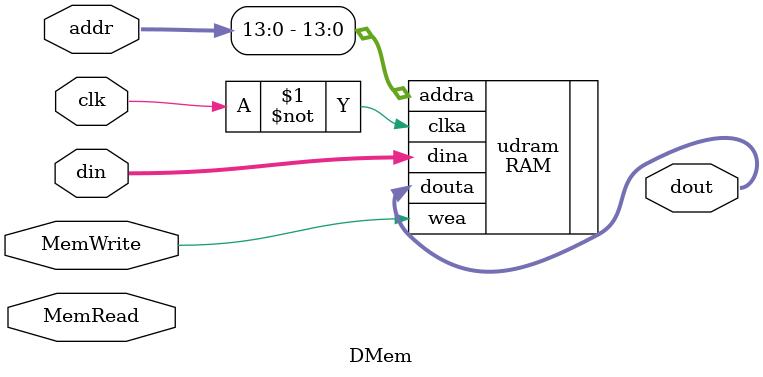
<source format=v>
module DMem(
    input clk,
    input MemRead,MemWrite,
    input [31:0] addr,
    input [31:0] din,
    output[31:0] dout);
    RAM udram(.clka(~clk), .wea(MemWrite), .addra(addr[13:0]), .dina(din), .douta(dout));
endmodule

</source>
